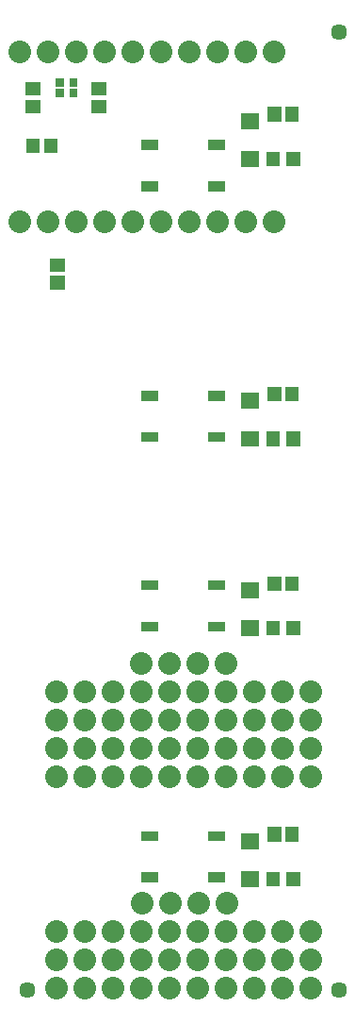
<source format=gts>
G04 Layer: TopSolderMaskLayer*
G04 EasyEDA v6.3.43, 2020-05-25T13:15:07--4:00*
G04 e579016d1e7f4addb33e082967b8cc68,7404d47bf86b4b15bb797b085195da26,10*
G04 Gerber Generator version 0.2*
G04 Scale: 100 percent, Rotated: No, Reflected: No *
G04 Dimensions in millimeters *
G04 leading zeros omitted , absolute positions ,3 integer and 3 decimal *
%FSLAX33Y33*%
%MOMM*%
G90*
G71D02*

%ADD28C,2.032203*%
%ADD29C,1.448003*%

%LPD*%
G54D28*
G01X7180Y21199D03*
G01X4640Y21199D03*
G01X4640Y28819D03*
G01X4640Y26279D03*
G01X4640Y23739D03*
G01X7180Y23739D03*
G01X7180Y26279D03*
G01X7180Y28819D03*
G01X17340Y28819D03*
G01X17340Y26279D03*
G01X17340Y23739D03*
G01X14800Y23739D03*
G01X14800Y26279D03*
G01X14800Y21199D03*
G01X17340Y21199D03*
G01X12260Y21199D03*
G01X9720Y21199D03*
G01X9720Y28819D03*
G01X9720Y26279D03*
G01X9720Y23739D03*
G01X12260Y23739D03*
G01X12260Y26279D03*
G01X12260Y28819D03*
G01X22420Y21199D03*
G01X19880Y21199D03*
G01X19880Y28819D03*
G01X19880Y26279D03*
G01X19880Y23739D03*
G01X22420Y23739D03*
G01X22420Y26279D03*
G01X22420Y28819D03*
G01X24960Y28819D03*
G01X24960Y26279D03*
G01X24960Y23739D03*
G01X24960Y21199D03*
G01X27500Y28819D03*
G01X27500Y26279D03*
G01X27500Y23739D03*
G01X27500Y21199D03*
G01X14800Y28819D03*
G01X27500Y2199D03*
G01X27500Y4739D03*
G01X27500Y7279D03*
G01X24960Y2199D03*
G01X24960Y4739D03*
G01X24960Y7279D03*
G01X22420Y7279D03*
G01X22420Y4739D03*
G01X19880Y4739D03*
G01X19880Y7279D03*
G01X19880Y2199D03*
G01X22420Y2199D03*
G01X12260Y7279D03*
G01X12260Y4739D03*
G01X9720Y4739D03*
G01X9720Y7279D03*
G01X9720Y2199D03*
G01X12260Y2199D03*
G01X17340Y2199D03*
G01X14800Y2199D03*
G01X14800Y7279D03*
G01X14800Y4739D03*
G01X17340Y4739D03*
G01X17340Y7279D03*
G01X7180Y7279D03*
G01X7180Y4739D03*
G01X4640Y4739D03*
G01X4640Y7279D03*
G01X4640Y2199D03*
G01X7180Y2199D03*
G01X12260Y31359D03*
G01X14800Y31359D03*
G01X17340Y31359D03*
G01X19880Y31359D03*
G01X19919Y9819D03*
G01X17379Y9819D03*
G01X14839Y9819D03*
G01X12299Y9819D03*
G54D29*
G01X29999Y88000D03*
G01X29999Y2000D03*
G01X1999Y2000D03*
G54D28*
G01X1303Y70980D03*
G01X3843Y70980D03*
G01X6383Y70980D03*
G01X8923Y70980D03*
G01X11463Y70980D03*
G01X14003Y70980D03*
G01X16543Y70980D03*
G01X19083Y70980D03*
G01X21623Y70980D03*
G01X24163Y70980D03*
G01X1303Y86220D03*
G01X3843Y86220D03*
G01X6383Y86220D03*
G01X8923Y86220D03*
G01X11463Y86220D03*
G01X14003Y86220D03*
G01X16543Y86220D03*
G01X19083Y86220D03*
G01X21623Y86220D03*
G01X24163Y86220D03*
G36*
G01X3498Y77147D02*
G01X3498Y78452D01*
G01X4702Y78452D01*
G01X4702Y77147D01*
G01X3498Y77147D01*
G37*
G36*
G01X1898Y77147D02*
G01X1898Y78452D01*
G01X3102Y78452D01*
G01X3102Y77147D01*
G01X1898Y77147D01*
G37*
G36*
G01X1847Y80698D02*
G01X1847Y81902D01*
G01X3150Y81902D01*
G01X3150Y80698D01*
G01X1847Y80698D01*
G37*
G36*
G01X1847Y82298D02*
G01X1847Y83502D01*
G01X3150Y83502D01*
G01X3150Y82298D01*
G01X1847Y82298D01*
G37*
G36*
G01X7748Y80698D02*
G01X7748Y81902D01*
G01X9051Y81902D01*
G01X9051Y80698D01*
G01X7748Y80698D01*
G37*
G36*
G01X7748Y82298D02*
G01X7748Y83502D01*
G01X9051Y83502D01*
G01X9051Y82298D01*
G01X7748Y82298D01*
G37*
G36*
G01X4547Y82173D02*
G01X4547Y82925D01*
G01X5251Y82925D01*
G01X5251Y82173D01*
G01X4547Y82173D01*
G37*
G36*
G01X4547Y83073D02*
G01X4547Y83824D01*
G01X5251Y83824D01*
G01X5251Y83073D01*
G01X4547Y83073D01*
G37*
G36*
G01X5749Y83073D02*
G01X5749Y83824D01*
G01X6452Y83824D01*
G01X6452Y83073D01*
G01X5749Y83073D01*
G37*
G36*
G01X5749Y82173D02*
G01X5749Y82925D01*
G01X6452Y82925D01*
G01X6452Y82173D01*
G01X5749Y82173D01*
G37*
G36*
G01X4047Y66499D02*
G01X4047Y67700D01*
G01X5350Y67700D01*
G01X5350Y66499D01*
G01X4047Y66499D01*
G37*
G36*
G01X4047Y64899D02*
G01X4047Y66100D01*
G01X5350Y66100D01*
G01X5350Y64899D01*
G01X4047Y64899D01*
G37*
G36*
G01X21197Y75897D02*
G01X21197Y77302D01*
G01X22802Y77302D01*
G01X22802Y75897D01*
G01X21197Y75897D01*
G37*
G36*
G01X21197Y79298D02*
G01X21197Y80700D01*
G01X22802Y80700D01*
G01X22802Y79298D01*
G01X21197Y79298D01*
G37*
G36*
G01X21197Y50797D02*
G01X21197Y52201D01*
G01X22802Y52201D01*
G01X22802Y50797D01*
G01X21197Y50797D01*
G37*
G36*
G01X21197Y54198D02*
G01X21197Y55600D01*
G01X22802Y55600D01*
G01X22802Y54198D01*
G01X21197Y54198D01*
G37*
G36*
G01X21197Y33799D02*
G01X21197Y35201D01*
G01X22802Y35201D01*
G01X22802Y33799D01*
G01X21197Y33799D01*
G37*
G36*
G01X21197Y37198D02*
G01X21197Y38602D01*
G01X22802Y38602D01*
G01X22802Y37198D01*
G01X21197Y37198D01*
G37*
G36*
G01X21197Y11297D02*
G01X21197Y12702D01*
G01X22802Y12702D01*
G01X22802Y11297D01*
G01X21197Y11297D01*
G37*
G36*
G01X21197Y14698D02*
G01X21197Y16100D01*
G01X22802Y16100D01*
G01X22802Y14698D01*
G01X21197Y14698D01*
G37*
G36*
G01X25297Y75948D02*
G01X25297Y77251D01*
G01X26501Y77251D01*
G01X26501Y75948D01*
G01X25297Y75948D01*
G37*
G36*
G01X23498Y75948D02*
G01X23498Y77251D01*
G01X24700Y77251D01*
G01X24700Y75948D01*
G01X23498Y75948D01*
G37*
G36*
G01X25297Y50848D02*
G01X25297Y52151D01*
G01X26501Y52151D01*
G01X26501Y50848D01*
G01X25297Y50848D01*
G37*
G36*
G01X23498Y50848D02*
G01X23498Y52151D01*
G01X24700Y52151D01*
G01X24700Y50848D01*
G01X23498Y50848D01*
G37*
G36*
G01X25297Y33847D02*
G01X25297Y35150D01*
G01X26501Y35150D01*
G01X26501Y33847D01*
G01X25297Y33847D01*
G37*
G36*
G01X23498Y33847D02*
G01X23498Y35150D01*
G01X24700Y35150D01*
G01X24700Y33847D01*
G01X23498Y33847D01*
G37*
G36*
G01X25297Y11348D02*
G01X25297Y12651D01*
G01X26501Y12651D01*
G01X26501Y11348D01*
G01X25297Y11348D01*
G37*
G36*
G01X23498Y11348D02*
G01X23498Y12651D01*
G01X24700Y12651D01*
G01X24700Y11348D01*
G01X23498Y11348D01*
G37*
G36*
G01X23597Y79948D02*
G01X23597Y81251D01*
G01X24801Y81251D01*
G01X24801Y79948D01*
G01X23597Y79948D01*
G37*
G36*
G01X25198Y79948D02*
G01X25198Y81251D01*
G01X26402Y81251D01*
G01X26402Y79948D01*
G01X25198Y79948D01*
G37*
G36*
G01X23597Y54848D02*
G01X23597Y56151D01*
G01X24801Y56151D01*
G01X24801Y54848D01*
G01X23597Y54848D01*
G37*
G36*
G01X25198Y54848D02*
G01X25198Y56151D01*
G01X26402Y56151D01*
G01X26402Y54848D01*
G01X25198Y54848D01*
G37*
G36*
G01X23597Y37848D02*
G01X23597Y39151D01*
G01X24801Y39151D01*
G01X24801Y37848D01*
G01X23597Y37848D01*
G37*
G36*
G01X25198Y37848D02*
G01X25198Y39151D01*
G01X26402Y39151D01*
G01X26402Y37848D01*
G01X25198Y37848D01*
G37*
G36*
G01X23597Y15349D02*
G01X23597Y16652D01*
G01X24801Y16652D01*
G01X24801Y15349D01*
G01X23597Y15349D01*
G37*
G36*
G01X25198Y15349D02*
G01X25198Y16652D01*
G01X26402Y16652D01*
G01X26402Y15349D01*
G01X25198Y15349D01*
G37*
G36*
G01X12249Y54899D02*
G01X12249Y55801D01*
G01X13752Y55801D01*
G01X13752Y54899D01*
G01X12249Y54899D01*
G37*
G36*
G01X18248Y54899D02*
G01X18248Y55801D01*
G01X19752Y55801D01*
G01X19752Y54899D01*
G01X18248Y54899D01*
G37*
G36*
G01X12249Y51198D02*
G01X12249Y52100D01*
G01X13752Y52100D01*
G01X13752Y51198D01*
G01X12249Y51198D01*
G37*
G36*
G01X18248Y51198D02*
G01X18248Y52100D01*
G01X19752Y52100D01*
G01X19752Y51198D01*
G01X18248Y51198D01*
G37*
G36*
G01X12249Y37899D02*
G01X12249Y38800D01*
G01X13752Y38800D01*
G01X13752Y37899D01*
G01X12249Y37899D01*
G37*
G36*
G01X18248Y37899D02*
G01X18248Y38800D01*
G01X19752Y38800D01*
G01X19752Y37899D01*
G01X18248Y37899D01*
G37*
G36*
G01X12249Y34198D02*
G01X12249Y35102D01*
G01X13752Y35102D01*
G01X13752Y34198D01*
G01X12249Y34198D01*
G37*
G36*
G01X18248Y34198D02*
G01X18248Y35102D01*
G01X19752Y35102D01*
G01X19752Y34198D01*
G01X18248Y34198D01*
G37*
G36*
G01X12249Y15397D02*
G01X12249Y16301D01*
G01X13752Y16301D01*
G01X13752Y15397D01*
G01X12249Y15397D01*
G37*
G36*
G01X18248Y15397D02*
G01X18248Y16301D01*
G01X19752Y16301D01*
G01X19752Y15397D01*
G01X18248Y15397D01*
G37*
G36*
G01X12249Y11699D02*
G01X12249Y12600D01*
G01X13752Y12600D01*
G01X13752Y11699D01*
G01X12249Y11699D01*
G37*
G36*
G01X18248Y11699D02*
G01X18248Y12600D01*
G01X19752Y12600D01*
G01X19752Y11699D01*
G01X18248Y11699D01*
G37*
G36*
G01X18248Y73697D02*
G01X18248Y74602D01*
G01X19752Y74602D01*
G01X19752Y73697D01*
G01X18248Y73697D01*
G37*
G36*
G01X12249Y73697D02*
G01X12249Y74602D01*
G01X13752Y74602D01*
G01X13752Y73697D01*
G01X12249Y73697D01*
G37*
G36*
G01X18248Y77398D02*
G01X18248Y78302D01*
G01X19752Y78302D01*
G01X19752Y77398D01*
G01X18248Y77398D01*
G37*
G36*
G01X12249Y77398D02*
G01X12249Y78302D01*
G01X13752Y78302D01*
G01X13752Y77398D01*
G01X12249Y77398D01*
G37*
M00*
M02*

</source>
